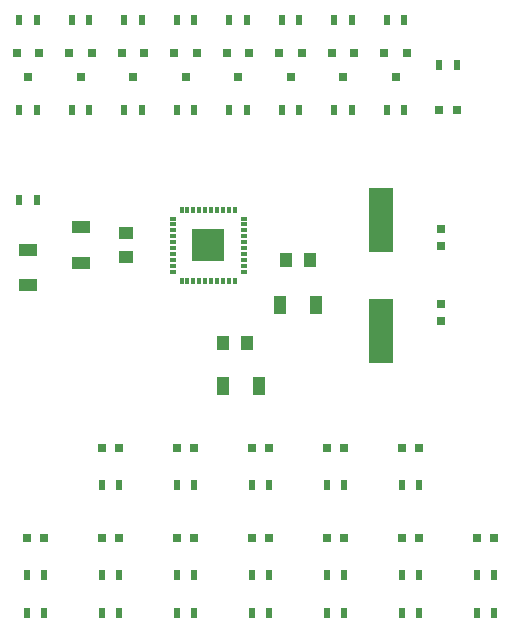
<source format=gtp>
G04 #@! TF.FileFunction,Paste,Top*
%FSLAX46Y46*%
G04 Gerber Fmt 4.6, Leading zero omitted, Abs format (unit mm)*
G04 Created by KiCad (PCBNEW 4.0.2-stable) date Sunday, 28 August 2016 12:14:49*
%MOMM*%
G01*
G04 APERTURE LIST*
%ADD10C,0.100000*%
%ADD11R,0.797560X0.797560*%
%ADD12R,0.800000X0.750000*%
%ADD13R,0.500000X0.900000*%
%ADD14R,1.600000X1.000000*%
%ADD15R,1.000000X1.600000*%
%ADD16R,1.000000X1.250000*%
%ADD17R,0.750000X0.800000*%
%ADD18R,0.500000X0.300000*%
%ADD19R,0.300000X0.500000*%
%ADD20R,2.760000X2.760000*%
%ADD21R,1.998980X5.499100*%
%ADD22R,0.800100X0.800100*%
%ADD23R,1.250000X1.000000*%
G04 APERTURE END LIST*
D10*
D11*
X137909300Y-70485000D03*
X136410700Y-70485000D03*
D12*
X122035000Y-106680000D03*
X120535000Y-106680000D03*
D13*
X120535000Y-109855000D03*
X122035000Y-109855000D03*
X122035000Y-113030000D03*
X120535000Y-113030000D03*
D14*
X101600000Y-82320000D03*
X101600000Y-85320000D03*
D13*
X136410000Y-66675000D03*
X137910000Y-66675000D03*
D15*
X122960000Y-86995000D03*
X125960000Y-86995000D03*
D16*
X123460000Y-83185000D03*
X125460000Y-83185000D03*
D15*
X118134000Y-93853000D03*
X121134000Y-93853000D03*
D16*
X118126000Y-90170000D03*
X120126000Y-90170000D03*
D17*
X136525000Y-88380000D03*
X136525000Y-86880000D03*
D18*
X113840000Y-79665000D03*
X113840000Y-80165000D03*
X113840000Y-80665000D03*
X113840000Y-81165000D03*
X113840000Y-81665000D03*
X113840000Y-82165000D03*
X113840000Y-82665000D03*
X113840000Y-83165000D03*
X113840000Y-83665000D03*
X113840000Y-84165000D03*
D19*
X114590000Y-84915000D03*
X115090000Y-84915000D03*
X115590000Y-84915000D03*
X116090000Y-84915000D03*
X116590000Y-84915000D03*
X117090000Y-84915000D03*
X117590000Y-84915000D03*
X118090000Y-84915000D03*
X118590000Y-84915000D03*
X119090000Y-84915000D03*
D18*
X119840000Y-84165000D03*
X119840000Y-83665000D03*
X119840000Y-83165000D03*
X119840000Y-82665000D03*
X119840000Y-82165000D03*
X119840000Y-81665000D03*
X119840000Y-81165000D03*
X119840000Y-80665000D03*
X119840000Y-80165000D03*
X119840000Y-79665000D03*
D19*
X119090000Y-78915000D03*
X118590000Y-78915000D03*
X118090000Y-78915000D03*
X117590000Y-78915000D03*
X117090000Y-78915000D03*
X116590000Y-78915000D03*
X116090000Y-78915000D03*
X115590000Y-78915000D03*
X115090000Y-78915000D03*
X114590000Y-78915000D03*
D20*
X116840000Y-81915000D03*
D21*
X131445000Y-79756000D03*
X131445000Y-89154000D03*
D13*
X100850000Y-78105000D03*
X102350000Y-78105000D03*
D22*
X102550000Y-65674240D03*
X100650000Y-65674240D03*
X101600000Y-67673220D03*
X106995000Y-65674240D03*
X105095000Y-65674240D03*
X106045000Y-67673220D03*
X111440000Y-65674240D03*
X109540000Y-65674240D03*
X110490000Y-67673220D03*
X115885000Y-65674240D03*
X113985000Y-65674240D03*
X114935000Y-67673220D03*
X120330000Y-65674240D03*
X118430000Y-65674240D03*
X119380000Y-67673220D03*
D13*
X102985000Y-113030000D03*
X101485000Y-113030000D03*
X109335000Y-113030000D03*
X107835000Y-113030000D03*
X115685000Y-113030000D03*
X114185000Y-113030000D03*
X128385000Y-113030000D03*
X126885000Y-113030000D03*
X134735000Y-113030000D03*
X133235000Y-113030000D03*
X141085000Y-113030000D03*
X139585000Y-113030000D03*
X102985000Y-109855000D03*
X101485000Y-109855000D03*
X109335000Y-109855000D03*
X107835000Y-109855000D03*
X115685000Y-109855000D03*
X114185000Y-109855000D03*
X128385000Y-109855000D03*
X126885000Y-109855000D03*
X134735000Y-109855000D03*
X133235000Y-109855000D03*
X141085000Y-109855000D03*
X139585000Y-109855000D03*
X109335000Y-102235000D03*
X107835000Y-102235000D03*
X115685000Y-102235000D03*
X114185000Y-102235000D03*
X122035000Y-102235000D03*
X120535000Y-102235000D03*
X134735000Y-102235000D03*
X133235000Y-102235000D03*
X128385000Y-102235000D03*
X126885000Y-102235000D03*
X102350000Y-62865000D03*
X100850000Y-62865000D03*
X106795000Y-62865000D03*
X105295000Y-62865000D03*
X111240000Y-62865000D03*
X109740000Y-62865000D03*
X115685000Y-62865000D03*
X114185000Y-62865000D03*
X120130000Y-62865000D03*
X118630000Y-62865000D03*
X102350000Y-70485000D03*
X100850000Y-70485000D03*
X106795000Y-70485000D03*
X105295000Y-70485000D03*
X111240000Y-70485000D03*
X109740000Y-70485000D03*
X115685000Y-70485000D03*
X114185000Y-70485000D03*
X120130000Y-70485000D03*
X118630000Y-70485000D03*
D22*
X124775000Y-65674240D03*
X122875000Y-65674240D03*
X123825000Y-67673220D03*
X129220000Y-65674240D03*
X127320000Y-65674240D03*
X128270000Y-67673220D03*
X133665000Y-65674240D03*
X131765000Y-65674240D03*
X132715000Y-67673220D03*
D13*
X124575000Y-62865000D03*
X123075000Y-62865000D03*
X124575000Y-70485000D03*
X123075000Y-70485000D03*
X129020000Y-62865000D03*
X127520000Y-62865000D03*
X129020000Y-70485000D03*
X127520000Y-70485000D03*
X133465000Y-62865000D03*
X131965000Y-62865000D03*
X133465000Y-70485000D03*
X131965000Y-70485000D03*
D12*
X102985000Y-106680000D03*
X101485000Y-106680000D03*
X109335000Y-106680000D03*
X107835000Y-106680000D03*
X115685000Y-106680000D03*
X114185000Y-106680000D03*
X128385000Y-106680000D03*
X126885000Y-106680000D03*
X134735000Y-106680000D03*
X133235000Y-106680000D03*
X141085000Y-106680000D03*
X139585000Y-106680000D03*
X109335000Y-99060000D03*
X107835000Y-99060000D03*
X115685000Y-99060000D03*
X114185000Y-99060000D03*
X122035000Y-99060000D03*
X120535000Y-99060000D03*
X134735000Y-99060000D03*
X133235000Y-99060000D03*
X128385000Y-99060000D03*
X126885000Y-99060000D03*
D14*
X106045000Y-80415000D03*
X106045000Y-83415000D03*
D23*
X109855000Y-80915000D03*
X109855000Y-82915000D03*
D17*
X136525000Y-80530000D03*
X136525000Y-82030000D03*
M02*

</source>
